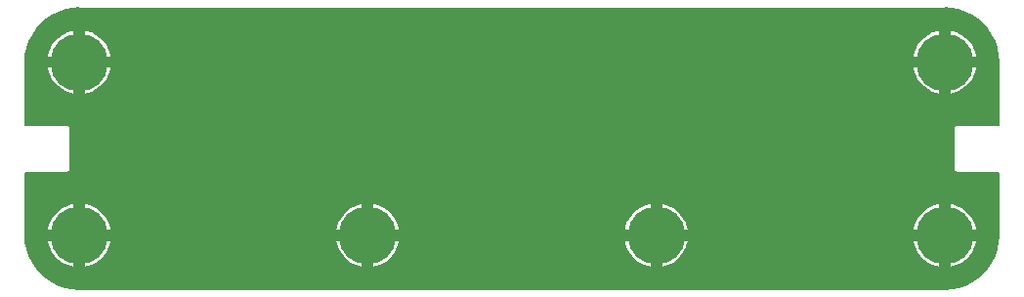
<source format=gbl>
G04*
G04 #@! TF.GenerationSoftware,Altium Limited,Altium Designer,21.4.1 (30)*
G04*
G04 Layer_Physical_Order=2*
G04 Layer_Color=16711680*
%FSLAX25Y25*%
%MOIN*%
G70*
G04*
G04 #@! TF.SameCoordinates,35213D09-E783-4A94-B544-0D3754CD514C*
G04*
G04*
G04 #@! TF.FilePolarity,Positive*
G04*
G01*
G75*
%ADD18C,0.19685*%
%ADD19C,0.02795*%
G36*
X317400Y97267D02*
X319797Y96790D01*
X322112Y96005D01*
X324304Y94924D01*
X326337Y93565D01*
X328174Y91954D01*
X329786Y90116D01*
X331144Y88084D01*
X332225Y85891D01*
X333011Y83577D01*
X333488Y81179D01*
X333645Y78776D01*
X333638Y78740D01*
Y57067D01*
X319272D01*
X318888Y56990D01*
X318562Y56773D01*
X318344Y56447D01*
X318268Y56063D01*
Y42362D01*
X318344Y41978D01*
X318562Y41653D01*
X318888Y41435D01*
X319272Y41359D01*
X333307D01*
X333661Y41005D01*
X333643Y20185D01*
X333642Y19705D01*
X333638Y19685D01*
X333615Y19195D01*
X333488Y17246D01*
X333011Y14849D01*
X332225Y12534D01*
X331144Y10342D01*
X329786Y8309D01*
X328174Y6471D01*
X326337Y4860D01*
X324304Y3502D01*
X322112Y2421D01*
X319797Y1635D01*
X317400Y1158D01*
X314996Y1001D01*
X314961Y1008D01*
X20184Y1008D01*
X19685Y1008D01*
X19195Y1030D01*
X17246Y1158D01*
X14849Y1635D01*
X12534Y2421D01*
X10342Y3502D01*
X8309Y4860D01*
X6471Y6471D01*
X4860Y8309D01*
X3502Y10342D01*
X2421Y12534D01*
X1635Y14849D01*
X1158Y17246D01*
X1030Y19195D01*
X1008Y19685D01*
X1003Y19705D01*
X1003Y20185D01*
X985Y41005D01*
X1338Y41359D01*
X15374D01*
X15758Y41435D01*
X16084Y41653D01*
X16301Y41978D01*
X16377Y42362D01*
Y56063D01*
X16301Y56447D01*
X16084Y56773D01*
X15758Y56990D01*
X15374Y57067D01*
X1008D01*
Y78740D01*
X1001Y78776D01*
X1158Y81179D01*
X1635Y83577D01*
X2421Y85891D01*
X3502Y88084D01*
X4860Y90116D01*
X6471Y91954D01*
X8309Y93565D01*
X10342Y94924D01*
X12534Y96005D01*
X14849Y96790D01*
X17246Y97267D01*
X19649Y97425D01*
X19685Y97418D01*
X314961D01*
X314996Y97425D01*
X317400Y97267D01*
D02*
G37*
%LPC*%
G36*
X316929Y89406D02*
Y80709D01*
X325626D01*
X325536Y81279D01*
X325009Y82902D01*
X324234Y84423D01*
X323231Y85804D01*
X322024Y87010D01*
X320643Y88013D01*
X319123Y88788D01*
X317500Y89316D01*
X316929Y89406D01*
D02*
G37*
G36*
X312992D02*
X312422Y89316D01*
X310799Y88788D01*
X309278Y88013D01*
X307897Y87010D01*
X306690Y85804D01*
X305687Y84423D01*
X304912Y82902D01*
X304385Y81279D01*
X304295Y80709D01*
X312992D01*
Y89406D01*
D02*
G37*
G36*
X21654D02*
Y80709D01*
X30351D01*
X30261Y81279D01*
X29733Y82902D01*
X28958Y84423D01*
X27955Y85804D01*
X26748Y87010D01*
X25368Y88013D01*
X23847Y88788D01*
X22224Y89316D01*
X21654Y89406D01*
D02*
G37*
G36*
X17717D02*
X17146Y89316D01*
X15523Y88788D01*
X14002Y88013D01*
X12622Y87010D01*
X11415Y85804D01*
X10412Y84423D01*
X9637Y82902D01*
X9110Y81279D01*
X9019Y80709D01*
X17717D01*
Y89406D01*
D02*
G37*
G36*
X325626Y76772D02*
X316929D01*
Y68074D01*
X317500Y68165D01*
X319123Y68692D01*
X320643Y69467D01*
X322024Y70470D01*
X323231Y71677D01*
X324234Y73057D01*
X325009Y74578D01*
X325536Y76201D01*
X325626Y76772D01*
D02*
G37*
G36*
X312992D02*
X304295D01*
X304385Y76201D01*
X304912Y74578D01*
X305687Y73057D01*
X306690Y71677D01*
X307897Y70470D01*
X309278Y69467D01*
X310799Y68692D01*
X312422Y68165D01*
X312992Y68074D01*
Y76772D01*
D02*
G37*
G36*
X30351D02*
X21654D01*
Y68074D01*
X22224Y68165D01*
X23847Y68692D01*
X25368Y69467D01*
X26748Y70470D01*
X27955Y71677D01*
X28958Y73057D01*
X29733Y74578D01*
X30261Y76201D01*
X30351Y76772D01*
D02*
G37*
G36*
X17717D02*
X9019D01*
X9110Y76201D01*
X9637Y74578D01*
X10412Y73057D01*
X11415Y71677D01*
X12622Y70470D01*
X14002Y69467D01*
X15523Y68692D01*
X17146Y68165D01*
X17717Y68074D01*
Y76772D01*
D02*
G37*
G36*
X316929Y30351D02*
Y21654D01*
X325626D01*
X325536Y22224D01*
X325009Y23847D01*
X324234Y25368D01*
X323231Y26748D01*
X322024Y27955D01*
X320643Y28958D01*
X319123Y29733D01*
X317500Y30261D01*
X316929Y30351D01*
D02*
G37*
G36*
X312992D02*
X312422Y30261D01*
X310799Y29733D01*
X309278Y28958D01*
X307897Y27955D01*
X306690Y26748D01*
X305687Y25368D01*
X304912Y23847D01*
X304385Y22224D01*
X304295Y21654D01*
X312992D01*
Y30351D01*
D02*
G37*
G36*
X218504D02*
Y21654D01*
X227201D01*
X227111Y22224D01*
X226584Y23847D01*
X225809Y25368D01*
X224806Y26748D01*
X223599Y27955D01*
X222218Y28958D01*
X220697Y29733D01*
X219074Y30261D01*
X218504Y30351D01*
D02*
G37*
G36*
X214567D02*
X213997Y30261D01*
X212373Y29733D01*
X210853Y28958D01*
X209472Y27955D01*
X208265Y26748D01*
X207262Y25368D01*
X206487Y23847D01*
X205960Y22224D01*
X205870Y21654D01*
X214567D01*
Y30351D01*
D02*
G37*
G36*
X120079D02*
Y21654D01*
X128776D01*
X128686Y22224D01*
X128158Y23847D01*
X127384Y25368D01*
X126380Y26748D01*
X125174Y27955D01*
X123793Y28958D01*
X122272Y29733D01*
X120649Y30261D01*
X120079Y30351D01*
D02*
G37*
G36*
X116142D02*
X115571Y30261D01*
X113948Y29733D01*
X112427Y28958D01*
X111047Y27955D01*
X109840Y26748D01*
X108837Y25368D01*
X108062Y23847D01*
X107535Y22224D01*
X107444Y21654D01*
X116142D01*
Y30351D01*
D02*
G37*
G36*
X21654D02*
Y21654D01*
X30351D01*
X30261Y22224D01*
X29733Y23847D01*
X28958Y25368D01*
X27955Y26748D01*
X26748Y27955D01*
X25368Y28958D01*
X23847Y29733D01*
X22224Y30261D01*
X21654Y30351D01*
D02*
G37*
G36*
X17717D02*
X17146Y30261D01*
X15523Y29733D01*
X14002Y28958D01*
X12622Y27955D01*
X11415Y26748D01*
X10412Y25368D01*
X9637Y23847D01*
X9110Y22224D01*
X9019Y21654D01*
X17717D01*
Y30351D01*
D02*
G37*
G36*
X325626Y17717D02*
X316929D01*
Y9019D01*
X317500Y9110D01*
X319123Y9637D01*
X320643Y10412D01*
X322024Y11415D01*
X323231Y12622D01*
X324234Y14002D01*
X325009Y15523D01*
X325536Y17146D01*
X325626Y17717D01*
D02*
G37*
G36*
X312992D02*
X304295D01*
X304385Y17146D01*
X304912Y15523D01*
X305687Y14002D01*
X306690Y12622D01*
X307897Y11415D01*
X309278Y10412D01*
X310799Y9637D01*
X312422Y9110D01*
X312992Y9019D01*
Y17717D01*
D02*
G37*
G36*
X227201D02*
X218504D01*
Y9019D01*
X219074Y9110D01*
X220697Y9637D01*
X222218Y10412D01*
X223599Y11415D01*
X224806Y12622D01*
X225809Y14002D01*
X226584Y15523D01*
X227111Y17146D01*
X227201Y17717D01*
D02*
G37*
G36*
X214567D02*
X205870D01*
X205960Y17146D01*
X206487Y15523D01*
X207262Y14002D01*
X208265Y12622D01*
X209472Y11415D01*
X210853Y10412D01*
X212373Y9637D01*
X213997Y9110D01*
X214567Y9019D01*
Y17717D01*
D02*
G37*
G36*
X128776D02*
X120079D01*
Y9019D01*
X120649Y9110D01*
X122272Y9637D01*
X123793Y10412D01*
X125174Y11415D01*
X126380Y12622D01*
X127384Y14002D01*
X128158Y15523D01*
X128686Y17146D01*
X128776Y17717D01*
D02*
G37*
G36*
X116142D02*
X107444D01*
X107535Y17146D01*
X108062Y15523D01*
X108837Y14002D01*
X109840Y12622D01*
X111047Y11415D01*
X112427Y10412D01*
X113948Y9637D01*
X115571Y9110D01*
X116142Y9019D01*
Y17717D01*
D02*
G37*
G36*
X30351D02*
X21654D01*
Y9019D01*
X22224Y9110D01*
X23847Y9637D01*
X25368Y10412D01*
X26748Y11415D01*
X27955Y12622D01*
X28958Y14002D01*
X29733Y15523D01*
X30261Y17146D01*
X30351Y17717D01*
D02*
G37*
G36*
X17717D02*
X9019D01*
X9110Y17146D01*
X9637Y15523D01*
X10412Y14002D01*
X11415Y12622D01*
X12622Y11415D01*
X14002Y10412D01*
X15523Y9637D01*
X17146Y9110D01*
X17717Y9019D01*
Y17717D01*
D02*
G37*
%LPD*%
D18*
X314961Y78740D02*
D03*
X19685D02*
D03*
X314961Y19685D02*
D03*
X216535D02*
D03*
X118110D02*
D03*
X19685D02*
D03*
D19*
X33226Y58736D02*
D03*
X33177Y39738D02*
D03*
X301493Y40213D02*
D03*
X301444Y59212D02*
D03*
X68094Y56205D02*
D03*
X99590D02*
D03*
X83842D02*
D03*
X304315Y87701D02*
D03*
X296441Y71953D02*
D03*
Y8961D02*
D03*
X288567Y87701D02*
D03*
X280693Y40457D02*
D03*
X288567Y24709D02*
D03*
X280693Y8961D02*
D03*
X272819Y87701D02*
D03*
Y56205D02*
D03*
X264945Y40457D02*
D03*
X272819Y24709D02*
D03*
X264945Y8961D02*
D03*
X257071Y87701D02*
D03*
Y56205D02*
D03*
X249197Y40457D02*
D03*
X257071Y24709D02*
D03*
X249197Y8961D02*
D03*
X241323Y87701D02*
D03*
Y56205D02*
D03*
X233449Y40457D02*
D03*
X241323Y24709D02*
D03*
X233449Y8961D02*
D03*
X225575Y87701D02*
D03*
Y56205D02*
D03*
X217701Y40457D02*
D03*
X209827Y87701D02*
D03*
Y56205D02*
D03*
X201953Y40457D02*
D03*
Y8961D02*
D03*
X194079Y87701D02*
D03*
Y56205D02*
D03*
X186205Y40457D02*
D03*
X194079Y24709D02*
D03*
X186205Y8961D02*
D03*
X178331Y87701D02*
D03*
X170457Y71953D02*
D03*
X178331Y56205D02*
D03*
X170457Y40457D02*
D03*
X178331Y24709D02*
D03*
X170457Y8961D02*
D03*
X162583Y87701D02*
D03*
X154709Y71953D02*
D03*
X162583Y56205D02*
D03*
X154709Y40457D02*
D03*
X162583Y24709D02*
D03*
X154709Y8961D02*
D03*
X146835Y87701D02*
D03*
Y56205D02*
D03*
X138961Y40457D02*
D03*
X146835Y24709D02*
D03*
X138961Y8961D02*
D03*
X131087Y87701D02*
D03*
Y56205D02*
D03*
X123213Y40457D02*
D03*
X131087Y24709D02*
D03*
X115339Y87701D02*
D03*
Y56205D02*
D03*
X107465Y40457D02*
D03*
Y8961D02*
D03*
X99590Y87701D02*
D03*
X91716Y40457D02*
D03*
X99590Y24709D02*
D03*
X91716Y8961D02*
D03*
X83842Y87701D02*
D03*
X75968Y40457D02*
D03*
X83842Y24709D02*
D03*
X75968Y8961D02*
D03*
X68094Y87701D02*
D03*
X60220Y40457D02*
D03*
X68094Y24709D02*
D03*
X60220Y8961D02*
D03*
X52346Y87701D02*
D03*
X44472Y71953D02*
D03*
Y40457D02*
D03*
X52346Y24709D02*
D03*
X44472Y8961D02*
D03*
X36598Y87701D02*
D03*
Y24709D02*
D03*
X28724Y8961D02*
D03*
X12976D02*
D03*
M02*

</source>
